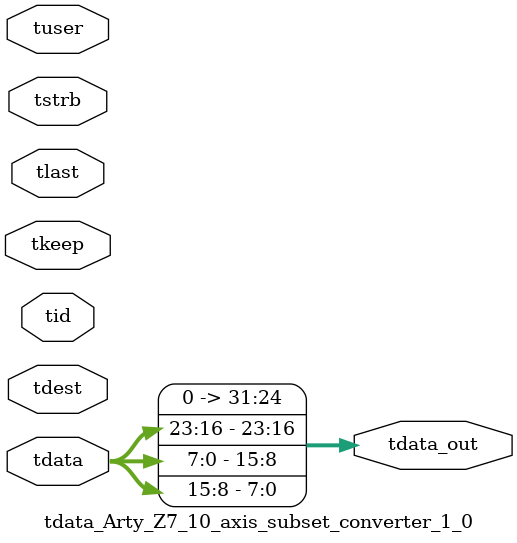
<source format=v>


`timescale 1ps/1ps

module tdata_Arty_Z7_10_axis_subset_converter_1_0 #
(
parameter C_S_AXIS_TDATA_WIDTH = 32,
parameter C_S_AXIS_TUSER_WIDTH = 0,
parameter C_S_AXIS_TID_WIDTH   = 0,
parameter C_S_AXIS_TDEST_WIDTH = 0,
parameter C_M_AXIS_TDATA_WIDTH = 32
)
(
input  [(C_S_AXIS_TDATA_WIDTH == 0 ? 1 : C_S_AXIS_TDATA_WIDTH)-1:0     ] tdata,
input  [(C_S_AXIS_TUSER_WIDTH == 0 ? 1 : C_S_AXIS_TUSER_WIDTH)-1:0     ] tuser,
input  [(C_S_AXIS_TID_WIDTH   == 0 ? 1 : C_S_AXIS_TID_WIDTH)-1:0       ] tid,
input  [(C_S_AXIS_TDEST_WIDTH == 0 ? 1 : C_S_AXIS_TDEST_WIDTH)-1:0     ] tdest,
input  [(C_S_AXIS_TDATA_WIDTH/8)-1:0 ] tkeep,
input  [(C_S_AXIS_TDATA_WIDTH/8)-1:0 ] tstrb,
input                                                                    tlast,
output [C_M_AXIS_TDATA_WIDTH-1:0] tdata_out
);

assign tdata_out = {tdata[23:16],tdata[7:0],tdata[15:8]};

endmodule


</source>
